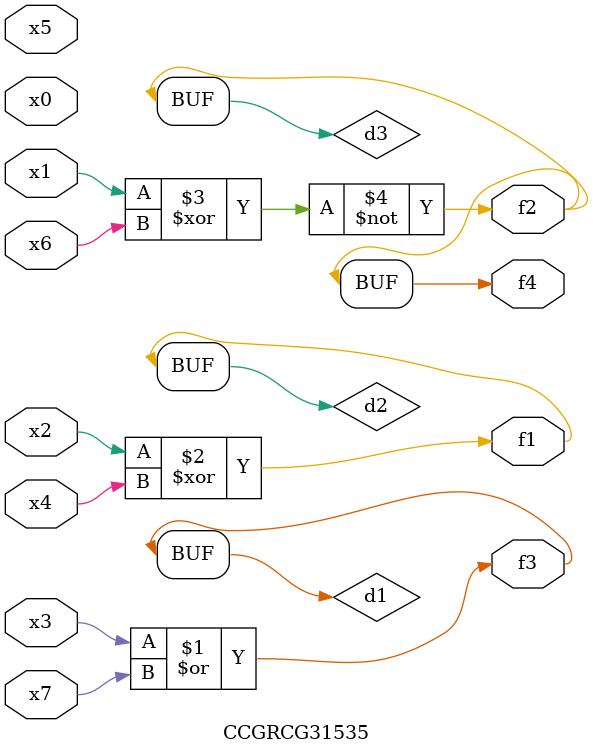
<source format=v>
module CCGRCG31535(
	input x0, x1, x2, x3, x4, x5, x6, x7,
	output f1, f2, f3, f4
);

	wire d1, d2, d3;

	or (d1, x3, x7);
	xor (d2, x2, x4);
	xnor (d3, x1, x6);
	assign f1 = d2;
	assign f2 = d3;
	assign f3 = d1;
	assign f4 = d3;
endmodule

</source>
